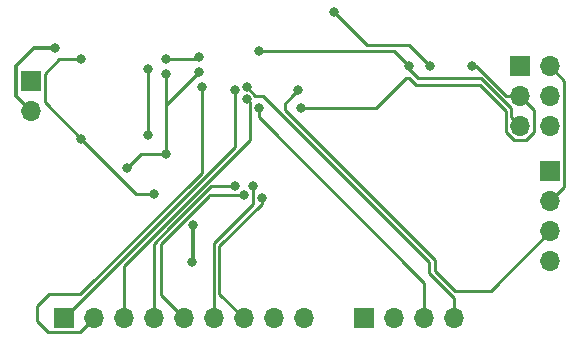
<source format=gbr>
%TF.GenerationSoftware,KiCad,Pcbnew,8.0.6*%
%TF.CreationDate,2025-03-25T13:24:27+01:00*%
%TF.ProjectId,MCU Datalogger,4d435520-4461-4746-916c-6f676765722e,1*%
%TF.SameCoordinates,Original*%
%TF.FileFunction,Copper,L2,Bot*%
%TF.FilePolarity,Positive*%
%FSLAX46Y46*%
G04 Gerber Fmt 4.6, Leading zero omitted, Abs format (unit mm)*
G04 Created by KiCad (PCBNEW 8.0.6) date 2025-03-25 13:24:27*
%MOMM*%
%LPD*%
G01*
G04 APERTURE LIST*
%TA.AperFunction,ComponentPad*%
%ADD10R,1.700000X1.700000*%
%TD*%
%TA.AperFunction,ComponentPad*%
%ADD11O,1.700000X1.700000*%
%TD*%
%TA.AperFunction,ViaPad*%
%ADD12C,0.800000*%
%TD*%
%TA.AperFunction,Conductor*%
%ADD13C,0.350000*%
%TD*%
%TA.AperFunction,Conductor*%
%ADD14C,0.250000*%
%TD*%
G04 APERTURE END LIST*
D10*
%TO.P,J4,1,Pin_1*%
%TO.N,/MISO*%
X149606000Y-128524000D03*
D11*
%TO.P,J4,2,Pin_2*%
%TO.N,/Vcc*%
X152146000Y-128524000D03*
%TO.P,J4,3,Pin_3*%
%TO.N,/SCL*%
X149606000Y-131064000D03*
%TO.P,J4,4,Pin_4*%
%TO.N,/MOSI*%
X152146000Y-131064000D03*
%TO.P,J4,5,Pin_5*%
%TO.N,/RESET*%
X149606000Y-133604000D03*
%TO.P,J4,6,Pin_6*%
%TO.N,GND*%
X152146000Y-133604000D03*
%TD*%
D10*
%TO.P,J3,1,Pin_1*%
%TO.N,/D2*%
X110998000Y-149860000D03*
D11*
%TO.P,J3,2,Pin_2*%
%TO.N,/D3*%
X113538000Y-149860000D03*
%TO.P,J3,3,Pin_3*%
%TO.N,/D4*%
X116078000Y-149860000D03*
%TO.P,J3,4,Pin_4*%
%TO.N,/D5*%
X118618000Y-149860000D03*
%TO.P,J3,5,Pin_5*%
%TO.N,/D6*%
X121158000Y-149860000D03*
%TO.P,J3,6,Pin_6*%
%TO.N,/D7*%
X123698000Y-149860000D03*
%TO.P,J3,7,Pin_7*%
%TO.N,/D8*%
X126238000Y-149860000D03*
%TO.P,J3,8,Pin_8*%
%TO.N,GND*%
X128778000Y-149860000D03*
%TO.P,J3,9,Pin_9*%
%TO.N,/Vcc*%
X131318000Y-149860000D03*
%TD*%
D10*
%TO.P,J1,1,Pin_1*%
%TO.N,GND*%
X152146000Y-137414000D03*
D11*
%TO.P,J1,2,Pin_2*%
%TO.N,/Vcc*%
X152146000Y-139954000D03*
%TO.P,J1,3,Pin_3*%
%TO.N,/SDA*%
X152146000Y-142494000D03*
%TO.P,J1,4,Pin_4*%
%TO.N,/SCL*%
X152146000Y-145034000D03*
%TD*%
D10*
%TO.P,BT1+-,1,+*%
%TO.N,Net-(BT1-+)*%
X108204000Y-129789000D03*
D11*
%TO.P,BT1+-,2,-*%
%TO.N,GND*%
X108204000Y-132329000D03*
%TD*%
D10*
%TO.P,J2,1,Pin_1*%
%TO.N,GND*%
X136408000Y-149860000D03*
D11*
%TO.P,J2,2,Pin_2*%
%TO.N,/Vcc*%
X138948000Y-149860000D03*
%TO.P,J2,3,Pin_3*%
%TO.N,/RX*%
X141488000Y-149860000D03*
%TO.P,J2,4,Pin_4*%
%TO.N,/TX*%
X144028000Y-149860000D03*
%TD*%
D12*
%TO.N,GND*%
X121859000Y-145095000D03*
X121920000Y-141986000D03*
%TO.N,/Vcc*%
X118618000Y-139319000D03*
%TO.N,GND*%
X110236000Y-127000000D03*
%TO.N,/Vcc*%
X112478000Y-127889000D03*
X112478000Y-134659000D03*
X133858000Y-123952000D03*
X141986000Y-128524000D03*
%TO.N,/SDA*%
X130810000Y-130556000D03*
X122428000Y-129032000D03*
%TO.N,/SCL*%
X131064000Y-132080000D03*
X118110000Y-134366000D03*
X118110000Y-128778000D03*
%TO.N,/SDA*%
X119678000Y-129159000D03*
%TO.N,/SCL*%
X122428000Y-127762000D03*
X119678000Y-127889000D03*
%TO.N,/SDA*%
X116332000Y-137160000D03*
X119678000Y-135929000D03*
%TO.N,/SCL*%
X145542000Y-128524000D03*
%TO.N,/RESET*%
X140208000Y-128524000D03*
X127508000Y-127254000D03*
%TO.N,/RX*%
X127508000Y-132080000D03*
%TO.N,/TX*%
X126492000Y-130302000D03*
%TO.N,/D8*%
X127762000Y-139700000D03*
%TO.N,/D7*%
X127000000Y-138684000D03*
%TO.N,/D6*%
X126238000Y-139446000D03*
%TO.N,/D5*%
X125476000Y-138684000D03*
%TO.N,/D4*%
X126492000Y-131318000D03*
%TO.N,/D3*%
X122682000Y-130302000D03*
%TO.N,/D2*%
X125476000Y-130556000D03*
%TD*%
D13*
%TO.N,GND*%
X121920000Y-141986000D02*
X121920000Y-145034000D01*
X121920000Y-145034000D02*
X121859000Y-145095000D01*
D14*
%TO.N,/D3*%
X113538000Y-149860000D02*
X112363000Y-151035000D01*
X108712000Y-148844000D02*
X109728000Y-147828000D01*
X122682000Y-137539604D02*
X122682000Y-130302000D01*
X112363000Y-151035000D02*
X109633000Y-151035000D01*
X109633000Y-151035000D02*
X108712000Y-150114000D01*
X108712000Y-150114000D02*
X108712000Y-148844000D01*
X109728000Y-147828000D02*
X112393604Y-147828000D01*
X112393604Y-147828000D02*
X122682000Y-137539604D01*
%TO.N,/Vcc*%
X118618000Y-139319000D02*
X117138000Y-139319000D01*
X117138000Y-139319000D02*
X112478000Y-134659000D01*
D13*
%TO.N,GND*%
X108204000Y-132329000D02*
X106929000Y-131054000D01*
X108443000Y-127000000D02*
X110236000Y-127000000D01*
X106929000Y-131054000D02*
X106929000Y-128514000D01*
X106929000Y-128514000D02*
X108443000Y-127000000D01*
D14*
%TO.N,/Vcc*%
X112478000Y-134659000D02*
X109379000Y-131560000D01*
X109379000Y-131560000D02*
X109379000Y-129127000D01*
X110617000Y-127889000D02*
X112478000Y-127889000D01*
X109379000Y-129127000D02*
X110617000Y-127889000D01*
X141986000Y-128524000D02*
X140208000Y-126746000D01*
X136652000Y-126746000D02*
X133858000Y-123952000D01*
X140208000Y-126746000D02*
X136652000Y-126746000D01*
%TO.N,/SDA*%
X142388000Y-145815604D02*
X142388000Y-145796000D01*
X144082198Y-147509802D02*
X142388000Y-145815604D01*
X152146000Y-142494000D02*
X147130198Y-147509802D01*
X142388000Y-145796000D02*
X142388000Y-144915903D01*
X139071048Y-141598951D02*
X129673048Y-132200951D01*
X147130198Y-147509802D02*
X144082198Y-147509802D01*
X130302000Y-131064000D02*
X130810000Y-130556000D01*
X142388000Y-144915903D02*
X139071048Y-141598951D01*
X129673048Y-132200951D02*
X129673048Y-131692952D01*
X129673048Y-131692952D02*
X130302000Y-131064000D01*
%TO.N,/SCL*%
X137414000Y-132080000D02*
X139954000Y-129540000D01*
X140770893Y-130112198D02*
X146239802Y-130112198D01*
X139954000Y-129540000D02*
X140198695Y-129540000D01*
X150781000Y-134090701D02*
X150781000Y-132239000D01*
X150781000Y-132239000D02*
X149606000Y-131064000D01*
X131064000Y-132080000D02*
X137414000Y-132080000D01*
X140198695Y-129540000D02*
X140770893Y-130112198D01*
X146239802Y-130112198D02*
X148394000Y-132266396D01*
X148394000Y-134053701D02*
X149119299Y-134779000D01*
X149119299Y-134779000D02*
X150092701Y-134779000D01*
X148394000Y-132266396D02*
X148394000Y-134053701D01*
X150092701Y-134779000D02*
X150781000Y-134090701D01*
%TO.N,/SDA*%
X119678000Y-135929000D02*
X119678000Y-131826000D01*
X119678000Y-131826000D02*
X119678000Y-129159000D01*
X122428000Y-129032000D02*
X119678000Y-131782000D01*
X119678000Y-131782000D02*
X119678000Y-131826000D01*
%TO.N,/RX*%
X141488000Y-149860000D02*
X141488000Y-146822000D01*
X141488000Y-146822000D02*
X127508000Y-132842000D01*
X127508000Y-132842000D02*
X127508000Y-132080000D01*
%TO.N,/D4*%
X126492000Y-131318000D02*
X126746000Y-131572000D01*
X116078000Y-145416396D02*
X116078000Y-149860000D01*
X126746000Y-131572000D02*
X126746000Y-134748396D01*
X126746000Y-134748396D02*
X116078000Y-145416396D01*
%TO.N,/TX*%
X144028000Y-149860000D02*
X144028000Y-148092000D01*
X126501305Y-130302000D02*
X126492000Y-130302000D01*
X127853396Y-131017695D02*
X127217000Y-131017695D01*
X144028000Y-148092000D02*
X141938000Y-146002000D01*
X141938000Y-146002000D02*
X141938000Y-145102299D01*
X141938000Y-145102299D02*
X127853396Y-131017695D01*
X127217000Y-131017695D02*
X126501305Y-130302000D01*
%TO.N,/SCL*%
X118110000Y-134112000D02*
X118110000Y-134366000D01*
X118110000Y-133858000D02*
X118110000Y-134112000D01*
X122428000Y-127762000D02*
X122174000Y-127762000D01*
X122174000Y-127762000D02*
X122047000Y-127889000D01*
X122047000Y-127889000D02*
X119678000Y-127889000D01*
%TO.N,/SDA*%
X116332000Y-137160000D02*
X117563000Y-135929000D01*
X117563000Y-135929000D02*
X119678000Y-135929000D01*
%TO.N,/Vcc*%
X152146000Y-139954000D02*
X153371000Y-138729000D01*
X153371000Y-138729000D02*
X153371000Y-129749000D01*
X153371000Y-129749000D02*
X152146000Y-128524000D01*
%TO.N,/SCL*%
X149606000Y-131064000D02*
X148464396Y-131064000D01*
X148464396Y-131064000D02*
X145924396Y-128524000D01*
X145924396Y-128524000D02*
X145542000Y-128524000D01*
%TO.N,/RESET*%
X140208000Y-128524000D02*
X140208000Y-128778000D01*
X140208000Y-128778000D02*
X140970000Y-129540000D01*
X148844000Y-132842000D02*
X149606000Y-133604000D01*
X146304000Y-129540000D02*
X148844000Y-132080000D01*
X148844000Y-132080000D02*
X148844000Y-132842000D01*
X140970000Y-129540000D02*
X146304000Y-129540000D01*
X138938000Y-127254000D02*
X140208000Y-128524000D01*
X127508000Y-127254000D02*
X138938000Y-127254000D01*
%TO.N,/D8*%
X127762000Y-140150000D02*
X127762000Y-139700000D01*
X124148000Y-143764000D02*
X127762000Y-140150000D01*
X126238000Y-149860000D02*
X124148000Y-147770000D01*
X124148000Y-147770000D02*
X124148000Y-143764000D01*
%TO.N,/D7*%
X127000000Y-138938000D02*
X127000000Y-138684000D01*
X126746000Y-140462000D02*
X127000000Y-140208000D01*
X123698000Y-149860000D02*
X123698000Y-143510000D01*
X123698000Y-143510000D02*
X126746000Y-140462000D01*
X127000000Y-140208000D02*
X127000000Y-138938000D01*
%TO.N,/D6*%
X119191594Y-143575594D02*
X121858594Y-140908594D01*
X121158000Y-149860000D02*
X119191594Y-147893594D01*
X121858594Y-140908594D02*
X123255594Y-139511594D01*
X123321188Y-139446000D02*
X126238000Y-139446000D01*
X123255594Y-139511594D02*
X123321188Y-139446000D01*
X119191594Y-147893594D02*
X119191594Y-143575594D01*
%TO.N,/D5*%
X123698000Y-138684000D02*
X125476000Y-138684000D01*
X118618000Y-143512792D02*
X120016396Y-142114396D01*
X118618000Y-149860000D02*
X118618000Y-143512792D01*
X120016396Y-142114396D02*
X123446792Y-138684000D01*
X123446792Y-138684000D02*
X123698000Y-138684000D01*
%TO.N,/D2*%
X125476000Y-134874000D02*
X125476000Y-130556000D01*
X110998000Y-149860000D02*
X125476000Y-135382000D01*
X125476000Y-135382000D02*
X125476000Y-134874000D01*
%TO.N,Net-(BT1-+)*%
X108416000Y-129577000D02*
X108204000Y-129789000D01*
%TO.N,/SCL*%
X118110000Y-128778000D02*
X118110000Y-133858000D01*
%TD*%
M02*

</source>
